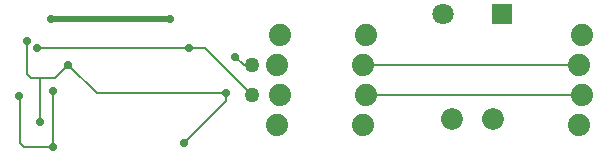
<source format=gbl>
G04 (created by PCBNEW (2013-07-07 BZR 4022)-stable) date 4/30/2015 9:13:44 PM*
%MOIN*%
G04 Gerber Fmt 3.4, Leading zero omitted, Abs format*
%FSLAX34Y34*%
G01*
G70*
G90*
G04 APERTURE LIST*
%ADD10C,0.00590551*%
%ADD11C,0.05*%
%ADD12O,0.0728X0.0728*%
%ADD13C,0.074*%
%ADD14R,0.0708661X0.0708661*%
%ADD15C,0.0708661*%
%ADD16C,0.0275591*%
%ADD17C,0.006*%
%ADD18C,0.00629921*%
%ADD19C,0.019685*%
G04 APERTURE END LIST*
G54D10*
G54D11*
X52850Y-15900D03*
X52850Y-16900D03*
G54D12*
X59512Y-17700D03*
X60888Y-17700D03*
G54D13*
X56550Y-15900D03*
X56650Y-16900D03*
X56550Y-17900D03*
X56650Y-14900D03*
X63750Y-15900D03*
X63850Y-16900D03*
X63750Y-17900D03*
X63850Y-14900D03*
X53680Y-15900D03*
X53780Y-16900D03*
X53680Y-17900D03*
X53780Y-14900D03*
G54D14*
X61184Y-14200D03*
G54D15*
X59215Y-14200D03*
G54D16*
X45075Y-16925D03*
X46225Y-18625D03*
X46225Y-16750D03*
X52300Y-15625D03*
X50750Y-15325D03*
X45675Y-15325D03*
X51975Y-16825D03*
X50575Y-18475D03*
X45800Y-17800D03*
X46725Y-15875D03*
X45350Y-15075D03*
X46150Y-14350D03*
X50125Y-14350D03*
G54D17*
X56650Y-16900D02*
X63850Y-16900D01*
X56550Y-15900D02*
X63750Y-15900D01*
G54D18*
X45250Y-18625D02*
X46225Y-18625D01*
X45125Y-18500D02*
X45250Y-18625D01*
X45125Y-16975D02*
X45125Y-18500D01*
X45075Y-16925D02*
X45125Y-16975D01*
X46225Y-16750D02*
X46225Y-18625D01*
X52575Y-15900D02*
X52850Y-15900D01*
X52300Y-15625D02*
X52575Y-15900D01*
X50750Y-15325D02*
X51275Y-15325D01*
X51275Y-15325D02*
X52850Y-16900D01*
X45675Y-15325D02*
X50750Y-15325D01*
X51975Y-16825D02*
X47675Y-16825D01*
X47675Y-16825D02*
X46725Y-15875D01*
X51975Y-17075D02*
X51975Y-16825D01*
X50575Y-18475D02*
X51975Y-17075D01*
X45775Y-17775D02*
X45775Y-16325D01*
X45800Y-17800D02*
X45775Y-17775D01*
X45350Y-16175D02*
X45350Y-15075D01*
X45500Y-16325D02*
X45350Y-16175D01*
X46275Y-16325D02*
X45775Y-16325D01*
X46725Y-15875D02*
X46275Y-16325D01*
X45775Y-16325D02*
X45500Y-16325D01*
G54D19*
X46150Y-14350D02*
X50125Y-14350D01*
M02*

</source>
